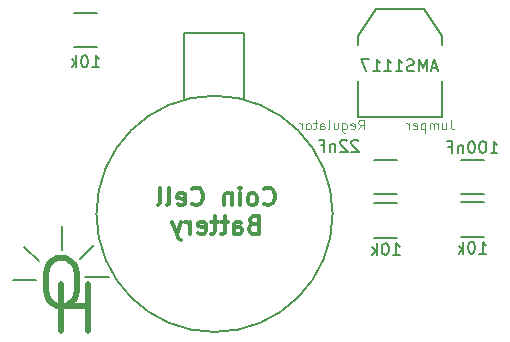
<source format=gbo>
G04 #@! TF.FileFunction,Legend,Bot*
%FSLAX46Y46*%
G04 Gerber Fmt 4.6, Leading zero omitted, Abs format (unit mm)*
G04 Created by KiCad (PCBNEW 4.0.2-stable) date 02.07.2016 15:57:05*
%MOMM*%
G01*
G04 APERTURE LIST*
%ADD10C,0.100000*%
%ADD11C,0.200000*%
%ADD12C,0.500000*%
%ADD13C,0.300000*%
%ADD14C,0.150000*%
G04 APERTURE END LIST*
D10*
D11*
X152755600Y-101320600D02*
X154762200Y-101320600D01*
X152298400Y-99822000D02*
X153543000Y-98577400D01*
X150774400Y-98983800D02*
X150774400Y-97028000D01*
X148818600Y-99923600D02*
X147624800Y-98729800D01*
X148590000Y-101574600D02*
X146685000Y-101574600D01*
D12*
X153009457Y-105873324D02*
X153009457Y-101873324D01*
X153009457Y-103778086D02*
X150723743Y-103778086D01*
X150723743Y-105873324D02*
X150723743Y-101873324D01*
X151129952Y-99739724D02*
X150368048Y-99739724D01*
X149987095Y-99930200D01*
X149606143Y-100311152D01*
X149415667Y-101073057D01*
X149415667Y-102406390D01*
X149606143Y-103168295D01*
X149987095Y-103549248D01*
X150368048Y-103739724D01*
X151129952Y-103739724D01*
X151510905Y-103549248D01*
X151891857Y-103168295D01*
X152082333Y-102406390D01*
X152082333Y-101073057D01*
X151891857Y-100311152D01*
X151510905Y-99930200D01*
X151129952Y-99739724D01*
D10*
X175901072Y-88817405D02*
X176167739Y-88436452D01*
X176358215Y-88817405D02*
X176358215Y-88017405D01*
X176053453Y-88017405D01*
X175977262Y-88055500D01*
X175939167Y-88093595D01*
X175901072Y-88169786D01*
X175901072Y-88284071D01*
X175939167Y-88360262D01*
X175977262Y-88398357D01*
X176053453Y-88436452D01*
X176358215Y-88436452D01*
X175253453Y-88779310D02*
X175329643Y-88817405D01*
X175482024Y-88817405D01*
X175558215Y-88779310D01*
X175596310Y-88703119D01*
X175596310Y-88398357D01*
X175558215Y-88322167D01*
X175482024Y-88284071D01*
X175329643Y-88284071D01*
X175253453Y-88322167D01*
X175215358Y-88398357D01*
X175215358Y-88474548D01*
X175596310Y-88550738D01*
X174529644Y-88284071D02*
X174529644Y-88931690D01*
X174567739Y-89007881D01*
X174605834Y-89045976D01*
X174682025Y-89084071D01*
X174796310Y-89084071D01*
X174872501Y-89045976D01*
X174529644Y-88779310D02*
X174605834Y-88817405D01*
X174758215Y-88817405D01*
X174834406Y-88779310D01*
X174872501Y-88741214D01*
X174910596Y-88665024D01*
X174910596Y-88436452D01*
X174872501Y-88360262D01*
X174834406Y-88322167D01*
X174758215Y-88284071D01*
X174605834Y-88284071D01*
X174529644Y-88322167D01*
X173805834Y-88284071D02*
X173805834Y-88817405D01*
X174148691Y-88284071D02*
X174148691Y-88703119D01*
X174110596Y-88779310D01*
X174034405Y-88817405D01*
X173920119Y-88817405D01*
X173843929Y-88779310D01*
X173805834Y-88741214D01*
X173310595Y-88817405D02*
X173386786Y-88779310D01*
X173424881Y-88703119D01*
X173424881Y-88017405D01*
X172662976Y-88817405D02*
X172662976Y-88398357D01*
X172701071Y-88322167D01*
X172777261Y-88284071D01*
X172929642Y-88284071D01*
X173005833Y-88322167D01*
X172662976Y-88779310D02*
X172739166Y-88817405D01*
X172929642Y-88817405D01*
X173005833Y-88779310D01*
X173043928Y-88703119D01*
X173043928Y-88626929D01*
X173005833Y-88550738D01*
X172929642Y-88512643D01*
X172739166Y-88512643D01*
X172662976Y-88474548D01*
X172396309Y-88284071D02*
X172091547Y-88284071D01*
X172282023Y-88017405D02*
X172282023Y-88703119D01*
X172243928Y-88779310D01*
X172167737Y-88817405D01*
X172091547Y-88817405D01*
X171710594Y-88817405D02*
X171786785Y-88779310D01*
X171824880Y-88741214D01*
X171862975Y-88665024D01*
X171862975Y-88436452D01*
X171824880Y-88360262D01*
X171786785Y-88322167D01*
X171710594Y-88284071D01*
X171596308Y-88284071D01*
X171520118Y-88322167D01*
X171482023Y-88360262D01*
X171443927Y-88436452D01*
X171443927Y-88665024D01*
X171482023Y-88741214D01*
X171520118Y-88779310D01*
X171596308Y-88817405D01*
X171710594Y-88817405D01*
X171101070Y-88817405D02*
X171101070Y-88284071D01*
X171101070Y-88436452D02*
X171062975Y-88360262D01*
X171024879Y-88322167D01*
X170948689Y-88284071D01*
X170872498Y-88284071D01*
X183724333Y-88017405D02*
X183724333Y-88588833D01*
X183762429Y-88703119D01*
X183838619Y-88779310D01*
X183952905Y-88817405D01*
X184029095Y-88817405D01*
X183000524Y-88284071D02*
X183000524Y-88817405D01*
X183343381Y-88284071D02*
X183343381Y-88703119D01*
X183305286Y-88779310D01*
X183229095Y-88817405D01*
X183114809Y-88817405D01*
X183038619Y-88779310D01*
X183000524Y-88741214D01*
X182619571Y-88817405D02*
X182619571Y-88284071D01*
X182619571Y-88360262D02*
X182581476Y-88322167D01*
X182505285Y-88284071D01*
X182390999Y-88284071D01*
X182314809Y-88322167D01*
X182276714Y-88398357D01*
X182276714Y-88817405D01*
X182276714Y-88398357D02*
X182238618Y-88322167D01*
X182162428Y-88284071D01*
X182048142Y-88284071D01*
X181971952Y-88322167D01*
X181933857Y-88398357D01*
X181933857Y-88817405D01*
X181552904Y-88284071D02*
X181552904Y-89084071D01*
X181552904Y-88322167D02*
X181476713Y-88284071D01*
X181324332Y-88284071D01*
X181248142Y-88322167D01*
X181210047Y-88360262D01*
X181171951Y-88436452D01*
X181171951Y-88665024D01*
X181210047Y-88741214D01*
X181248142Y-88779310D01*
X181324332Y-88817405D01*
X181476713Y-88817405D01*
X181552904Y-88779310D01*
X180524332Y-88779310D02*
X180600522Y-88817405D01*
X180752903Y-88817405D01*
X180829094Y-88779310D01*
X180867189Y-88703119D01*
X180867189Y-88398357D01*
X180829094Y-88322167D01*
X180752903Y-88284071D01*
X180600522Y-88284071D01*
X180524332Y-88322167D01*
X180486237Y-88398357D01*
X180486237Y-88474548D01*
X180867189Y-88550738D01*
X180143380Y-88817405D02*
X180143380Y-88284071D01*
X180143380Y-88436452D02*
X180105285Y-88360262D01*
X180067189Y-88322167D01*
X179990999Y-88284071D01*
X179914808Y-88284071D01*
D13*
X167893499Y-95093714D02*
X167964928Y-95165143D01*
X168179214Y-95236571D01*
X168322071Y-95236571D01*
X168536356Y-95165143D01*
X168679214Y-95022286D01*
X168750642Y-94879429D01*
X168822071Y-94593714D01*
X168822071Y-94379429D01*
X168750642Y-94093714D01*
X168679214Y-93950857D01*
X168536356Y-93808000D01*
X168322071Y-93736571D01*
X168179214Y-93736571D01*
X167964928Y-93808000D01*
X167893499Y-93879429D01*
X167036356Y-95236571D02*
X167179214Y-95165143D01*
X167250642Y-95093714D01*
X167322071Y-94950857D01*
X167322071Y-94522286D01*
X167250642Y-94379429D01*
X167179214Y-94308000D01*
X167036356Y-94236571D01*
X166822071Y-94236571D01*
X166679214Y-94308000D01*
X166607785Y-94379429D01*
X166536356Y-94522286D01*
X166536356Y-94950857D01*
X166607785Y-95093714D01*
X166679214Y-95165143D01*
X166822071Y-95236571D01*
X167036356Y-95236571D01*
X165893499Y-95236571D02*
X165893499Y-94236571D01*
X165893499Y-93736571D02*
X165964928Y-93808000D01*
X165893499Y-93879429D01*
X165822071Y-93808000D01*
X165893499Y-93736571D01*
X165893499Y-93879429D01*
X165179213Y-94236571D02*
X165179213Y-95236571D01*
X165179213Y-94379429D02*
X165107785Y-94308000D01*
X164964927Y-94236571D01*
X164750642Y-94236571D01*
X164607785Y-94308000D01*
X164536356Y-94450857D01*
X164536356Y-95236571D01*
X161822070Y-95093714D02*
X161893499Y-95165143D01*
X162107785Y-95236571D01*
X162250642Y-95236571D01*
X162464927Y-95165143D01*
X162607785Y-95022286D01*
X162679213Y-94879429D01*
X162750642Y-94593714D01*
X162750642Y-94379429D01*
X162679213Y-94093714D01*
X162607785Y-93950857D01*
X162464927Y-93808000D01*
X162250642Y-93736571D01*
X162107785Y-93736571D01*
X161893499Y-93808000D01*
X161822070Y-93879429D01*
X160607785Y-95165143D02*
X160750642Y-95236571D01*
X161036356Y-95236571D01*
X161179213Y-95165143D01*
X161250642Y-95022286D01*
X161250642Y-94450857D01*
X161179213Y-94308000D01*
X161036356Y-94236571D01*
X160750642Y-94236571D01*
X160607785Y-94308000D01*
X160536356Y-94450857D01*
X160536356Y-94593714D01*
X161250642Y-94736571D01*
X159679213Y-95236571D02*
X159822071Y-95165143D01*
X159893499Y-95022286D01*
X159893499Y-93736571D01*
X158893499Y-95236571D02*
X159036357Y-95165143D01*
X159107785Y-95022286D01*
X159107785Y-93736571D01*
X167000642Y-96850857D02*
X166786356Y-96922286D01*
X166714928Y-96993714D01*
X166643499Y-97136571D01*
X166643499Y-97350857D01*
X166714928Y-97493714D01*
X166786356Y-97565143D01*
X166929214Y-97636571D01*
X167500642Y-97636571D01*
X167500642Y-96136571D01*
X167000642Y-96136571D01*
X166857785Y-96208000D01*
X166786356Y-96279429D01*
X166714928Y-96422286D01*
X166714928Y-96565143D01*
X166786356Y-96708000D01*
X166857785Y-96779429D01*
X167000642Y-96850857D01*
X167500642Y-96850857D01*
X165357785Y-97636571D02*
X165357785Y-96850857D01*
X165429214Y-96708000D01*
X165572071Y-96636571D01*
X165857785Y-96636571D01*
X166000642Y-96708000D01*
X165357785Y-97565143D02*
X165500642Y-97636571D01*
X165857785Y-97636571D01*
X166000642Y-97565143D01*
X166072071Y-97422286D01*
X166072071Y-97279429D01*
X166000642Y-97136571D01*
X165857785Y-97065143D01*
X165500642Y-97065143D01*
X165357785Y-96993714D01*
X164857785Y-96636571D02*
X164286356Y-96636571D01*
X164643499Y-96136571D02*
X164643499Y-97422286D01*
X164572071Y-97565143D01*
X164429213Y-97636571D01*
X164286356Y-97636571D01*
X164000642Y-96636571D02*
X163429213Y-96636571D01*
X163786356Y-96136571D02*
X163786356Y-97422286D01*
X163714928Y-97565143D01*
X163572070Y-97636571D01*
X163429213Y-97636571D01*
X162357785Y-97565143D02*
X162500642Y-97636571D01*
X162786356Y-97636571D01*
X162929213Y-97565143D01*
X163000642Y-97422286D01*
X163000642Y-96850857D01*
X162929213Y-96708000D01*
X162786356Y-96636571D01*
X162500642Y-96636571D01*
X162357785Y-96708000D01*
X162286356Y-96850857D01*
X162286356Y-96993714D01*
X163000642Y-97136571D01*
X161643499Y-97636571D02*
X161643499Y-96636571D01*
X161643499Y-96922286D02*
X161572071Y-96779429D01*
X161500642Y-96708000D01*
X161357785Y-96636571D01*
X161214928Y-96636571D01*
X160857785Y-96636571D02*
X160500642Y-97636571D01*
X160143500Y-96636571D02*
X160500642Y-97636571D01*
X160643500Y-97993714D01*
X160714928Y-98065143D01*
X160857785Y-98136571D01*
D14*
X166179500Y-85775800D02*
X166179500Y-86283800D01*
X161099500Y-85750400D02*
X161099500Y-86334600D01*
X166179500Y-85725000D02*
X166179500Y-80645000D01*
X166179500Y-80645000D02*
X161099500Y-80645000D01*
X161099500Y-80645000D02*
X161099500Y-85725000D01*
X173719500Y-95965000D02*
G75*
G03X173719500Y-95965000I-10000000J0D01*
G01*
X183007000Y-84709000D02*
X183007000Y-87757000D01*
X183007000Y-87757000D02*
X175895000Y-87757000D01*
X175895000Y-87757000D02*
X175895000Y-84709000D01*
X183007000Y-81661000D02*
X183007000Y-80899000D01*
X183007000Y-80899000D02*
X181483000Y-78613000D01*
X181483000Y-78613000D02*
X177419000Y-78613000D01*
X177419000Y-78613000D02*
X175895000Y-80899000D01*
X175895000Y-80899000D02*
X175895000Y-81661000D01*
X184547000Y-91362000D02*
X186547000Y-91362000D01*
X186547000Y-94312000D02*
X184547000Y-94312000D01*
X177181000Y-91362000D02*
X179181000Y-91362000D01*
X179181000Y-94312000D02*
X177181000Y-94312000D01*
X151781000Y-81866000D02*
X153781000Y-81866000D01*
X153781000Y-78916000D02*
X151781000Y-78916000D01*
X179181000Y-95045000D02*
X177181000Y-95045000D01*
X177181000Y-97995000D02*
X179181000Y-97995000D01*
X184547000Y-97931500D02*
X186547000Y-97931500D01*
X186547000Y-94981500D02*
X184547000Y-94981500D01*
X182577976Y-83605667D02*
X182101785Y-83605667D01*
X182673214Y-83891381D02*
X182339881Y-82891381D01*
X182006547Y-83891381D01*
X181673214Y-83891381D02*
X181673214Y-82891381D01*
X181339880Y-83605667D01*
X181006547Y-82891381D01*
X181006547Y-83891381D01*
X180577976Y-83843762D02*
X180435119Y-83891381D01*
X180197023Y-83891381D01*
X180101785Y-83843762D01*
X180054166Y-83796143D01*
X180006547Y-83700905D01*
X180006547Y-83605667D01*
X180054166Y-83510429D01*
X180101785Y-83462810D01*
X180197023Y-83415190D01*
X180387500Y-83367571D01*
X180482738Y-83319952D01*
X180530357Y-83272333D01*
X180577976Y-83177095D01*
X180577976Y-83081857D01*
X180530357Y-82986619D01*
X180482738Y-82939000D01*
X180387500Y-82891381D01*
X180149404Y-82891381D01*
X180006547Y-82939000D01*
X179054166Y-83891381D02*
X179625595Y-83891381D01*
X179339881Y-83891381D02*
X179339881Y-82891381D01*
X179435119Y-83034238D01*
X179530357Y-83129476D01*
X179625595Y-83177095D01*
X178101785Y-83891381D02*
X178673214Y-83891381D01*
X178387500Y-83891381D02*
X178387500Y-82891381D01*
X178482738Y-83034238D01*
X178577976Y-83129476D01*
X178673214Y-83177095D01*
X177149404Y-83891381D02*
X177720833Y-83891381D01*
X177435119Y-83891381D02*
X177435119Y-82891381D01*
X177530357Y-83034238D01*
X177625595Y-83129476D01*
X177720833Y-83177095D01*
X176816071Y-82891381D02*
X176149404Y-82891381D01*
X176577976Y-83891381D01*
X187094619Y-90812881D02*
X187666048Y-90812881D01*
X187380334Y-90812881D02*
X187380334Y-89812881D01*
X187475572Y-89955738D01*
X187570810Y-90050976D01*
X187666048Y-90098595D01*
X186475572Y-89812881D02*
X186380333Y-89812881D01*
X186285095Y-89860500D01*
X186237476Y-89908119D01*
X186189857Y-90003357D01*
X186142238Y-90193833D01*
X186142238Y-90431929D01*
X186189857Y-90622405D01*
X186237476Y-90717643D01*
X186285095Y-90765262D01*
X186380333Y-90812881D01*
X186475572Y-90812881D01*
X186570810Y-90765262D01*
X186618429Y-90717643D01*
X186666048Y-90622405D01*
X186713667Y-90431929D01*
X186713667Y-90193833D01*
X186666048Y-90003357D01*
X186618429Y-89908119D01*
X186570810Y-89860500D01*
X186475572Y-89812881D01*
X185523191Y-89812881D02*
X185427952Y-89812881D01*
X185332714Y-89860500D01*
X185285095Y-89908119D01*
X185237476Y-90003357D01*
X185189857Y-90193833D01*
X185189857Y-90431929D01*
X185237476Y-90622405D01*
X185285095Y-90717643D01*
X185332714Y-90765262D01*
X185427952Y-90812881D01*
X185523191Y-90812881D01*
X185618429Y-90765262D01*
X185666048Y-90717643D01*
X185713667Y-90622405D01*
X185761286Y-90431929D01*
X185761286Y-90193833D01*
X185713667Y-90003357D01*
X185666048Y-89908119D01*
X185618429Y-89860500D01*
X185523191Y-89812881D01*
X184761286Y-90146214D02*
X184761286Y-90812881D01*
X184761286Y-90241452D02*
X184713667Y-90193833D01*
X184618429Y-90146214D01*
X184475571Y-90146214D01*
X184380333Y-90193833D01*
X184332714Y-90289071D01*
X184332714Y-90812881D01*
X183523190Y-90289071D02*
X183856524Y-90289071D01*
X183856524Y-90812881D02*
X183856524Y-89812881D01*
X183380333Y-89812881D01*
X175886857Y-89781119D02*
X175839238Y-89733500D01*
X175744000Y-89685881D01*
X175505904Y-89685881D01*
X175410666Y-89733500D01*
X175363047Y-89781119D01*
X175315428Y-89876357D01*
X175315428Y-89971595D01*
X175363047Y-90114452D01*
X175934476Y-90685881D01*
X175315428Y-90685881D01*
X174934476Y-89781119D02*
X174886857Y-89733500D01*
X174791619Y-89685881D01*
X174553523Y-89685881D01*
X174458285Y-89733500D01*
X174410666Y-89781119D01*
X174363047Y-89876357D01*
X174363047Y-89971595D01*
X174410666Y-90114452D01*
X174982095Y-90685881D01*
X174363047Y-90685881D01*
X173934476Y-90019214D02*
X173934476Y-90685881D01*
X173934476Y-90114452D02*
X173886857Y-90066833D01*
X173791619Y-90019214D01*
X173648761Y-90019214D01*
X173553523Y-90066833D01*
X173505904Y-90162071D01*
X173505904Y-90685881D01*
X172696380Y-90162071D02*
X173029714Y-90162071D01*
X173029714Y-90685881D02*
X173029714Y-89685881D01*
X172553523Y-89685881D01*
X153376238Y-83543381D02*
X153947667Y-83543381D01*
X153661953Y-83543381D02*
X153661953Y-82543381D01*
X153757191Y-82686238D01*
X153852429Y-82781476D01*
X153947667Y-82829095D01*
X152757191Y-82543381D02*
X152661952Y-82543381D01*
X152566714Y-82591000D01*
X152519095Y-82638619D01*
X152471476Y-82733857D01*
X152423857Y-82924333D01*
X152423857Y-83162429D01*
X152471476Y-83352905D01*
X152519095Y-83448143D01*
X152566714Y-83495762D01*
X152661952Y-83543381D01*
X152757191Y-83543381D01*
X152852429Y-83495762D01*
X152900048Y-83448143D01*
X152947667Y-83352905D01*
X152995286Y-83162429D01*
X152995286Y-82924333D01*
X152947667Y-82733857D01*
X152900048Y-82638619D01*
X152852429Y-82591000D01*
X152757191Y-82543381D01*
X151995286Y-83543381D02*
X151995286Y-82543381D01*
X151900048Y-83162429D02*
X151614333Y-83543381D01*
X151614333Y-82876714D02*
X151995286Y-83257667D01*
X178839738Y-99448881D02*
X179411167Y-99448881D01*
X179125453Y-99448881D02*
X179125453Y-98448881D01*
X179220691Y-98591738D01*
X179315929Y-98686976D01*
X179411167Y-98734595D01*
X178220691Y-98448881D02*
X178125452Y-98448881D01*
X178030214Y-98496500D01*
X177982595Y-98544119D01*
X177934976Y-98639357D01*
X177887357Y-98829833D01*
X177887357Y-99067929D01*
X177934976Y-99258405D01*
X177982595Y-99353643D01*
X178030214Y-99401262D01*
X178125452Y-99448881D01*
X178220691Y-99448881D01*
X178315929Y-99401262D01*
X178363548Y-99353643D01*
X178411167Y-99258405D01*
X178458786Y-99067929D01*
X178458786Y-98829833D01*
X178411167Y-98639357D01*
X178363548Y-98544119D01*
X178315929Y-98496500D01*
X178220691Y-98448881D01*
X177458786Y-99448881D02*
X177458786Y-98448881D01*
X177363548Y-99067929D02*
X177077833Y-99448881D01*
X177077833Y-98782214D02*
X177458786Y-99163167D01*
X186142238Y-99321881D02*
X186713667Y-99321881D01*
X186427953Y-99321881D02*
X186427953Y-98321881D01*
X186523191Y-98464738D01*
X186618429Y-98559976D01*
X186713667Y-98607595D01*
X185523191Y-98321881D02*
X185427952Y-98321881D01*
X185332714Y-98369500D01*
X185285095Y-98417119D01*
X185237476Y-98512357D01*
X185189857Y-98702833D01*
X185189857Y-98940929D01*
X185237476Y-99131405D01*
X185285095Y-99226643D01*
X185332714Y-99274262D01*
X185427952Y-99321881D01*
X185523191Y-99321881D01*
X185618429Y-99274262D01*
X185666048Y-99226643D01*
X185713667Y-99131405D01*
X185761286Y-98940929D01*
X185761286Y-98702833D01*
X185713667Y-98512357D01*
X185666048Y-98417119D01*
X185618429Y-98369500D01*
X185523191Y-98321881D01*
X184761286Y-99321881D02*
X184761286Y-98321881D01*
X184666048Y-98940929D02*
X184380333Y-99321881D01*
X184380333Y-98655214D02*
X184761286Y-99036167D01*
M02*

</source>
